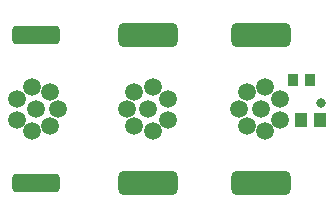
<source format=gbs>
G04*
G04 #@! TF.GenerationSoftware,Altium Limited,Altium Designer,23.3.1 (30)*
G04*
G04 Layer_Color=16711935*
%FSLAX44Y44*%
%MOMM*%
G71*
G04*
G04 #@! TF.SameCoordinates,065D5753-7B19-4784-9F45-B8A4711B8C0D*
G04*
G04*
G04 #@! TF.FilePolarity,Negative*
G04*
G01*
G75*
%ADD11C,0.8032*%
%ADD13C,1.5000*%
G04:AMPARAMS|DCode=14|XSize=5.1mm|YSize=2.1mm|CornerRadius=0.55mm|HoleSize=0mm|Usage=FLASHONLY|Rotation=180.000|XOffset=0mm|YOffset=0mm|HoleType=Round|Shape=RoundedRectangle|*
%AMROUNDEDRECTD14*
21,1,5.1000,1.0000,0,0,180.0*
21,1,4.0000,2.1000,0,0,180.0*
1,1,1.1000,-2.0000,0.5000*
1,1,1.1000,2.0000,0.5000*
1,1,1.1000,2.0000,-0.5000*
1,1,1.1000,-2.0000,-0.5000*
%
%ADD14ROUNDEDRECTD14*%
G04:AMPARAMS|DCode=16|XSize=4.1mm|YSize=1.6mm|CornerRadius=0.425mm|HoleSize=0mm|Usage=FLASHONLY|Rotation=0.000|XOffset=0mm|YOffset=0mm|HoleType=Round|Shape=RoundedRectangle|*
%AMROUNDEDRECTD16*
21,1,4.1000,0.7500,0,0,0.0*
21,1,3.2500,1.6000,0,0,0.0*
1,1,0.8500,1.6250,-0.3750*
1,1,0.8500,-1.6250,-0.3750*
1,1,0.8500,-1.6250,0.3750*
1,1,0.8500,1.6250,0.3750*
%
%ADD16ROUNDEDRECTD16*%
%ADD32R,1.1032X1.2032*%
%ADD33R,0.9032X1.1032*%
D11*
X317750Y90170D02*
D03*
D13*
X283500Y76000D02*
D03*
Y94000D02*
D03*
X270500Y103500D02*
D03*
X255000Y99500D02*
D03*
X248500Y85000D02*
D03*
X267000D02*
D03*
X255000Y70500D02*
D03*
X270500Y66500D02*
D03*
X60533Y94000D02*
D03*
Y76000D02*
D03*
X73533Y66500D02*
D03*
X89033Y70500D02*
D03*
X95533Y85000D02*
D03*
X77033Y85000D02*
D03*
X89033Y99500D02*
D03*
X73533Y103500D02*
D03*
X188500Y94000D02*
D03*
Y76000D02*
D03*
X175500Y66500D02*
D03*
X160000Y70500D02*
D03*
X153500Y85000D02*
D03*
X172000D02*
D03*
X160000Y99500D02*
D03*
X175500Y103500D02*
D03*
D14*
X267000Y22500D02*
D03*
Y147500D02*
D03*
X172000D02*
D03*
Y22500D02*
D03*
D16*
X77033Y147500D02*
D03*
Y22500D02*
D03*
D32*
X317500Y75750D02*
D03*
X301500D02*
D03*
D33*
X308750Y110000D02*
D03*
X294750D02*
D03*
M02*

</source>
